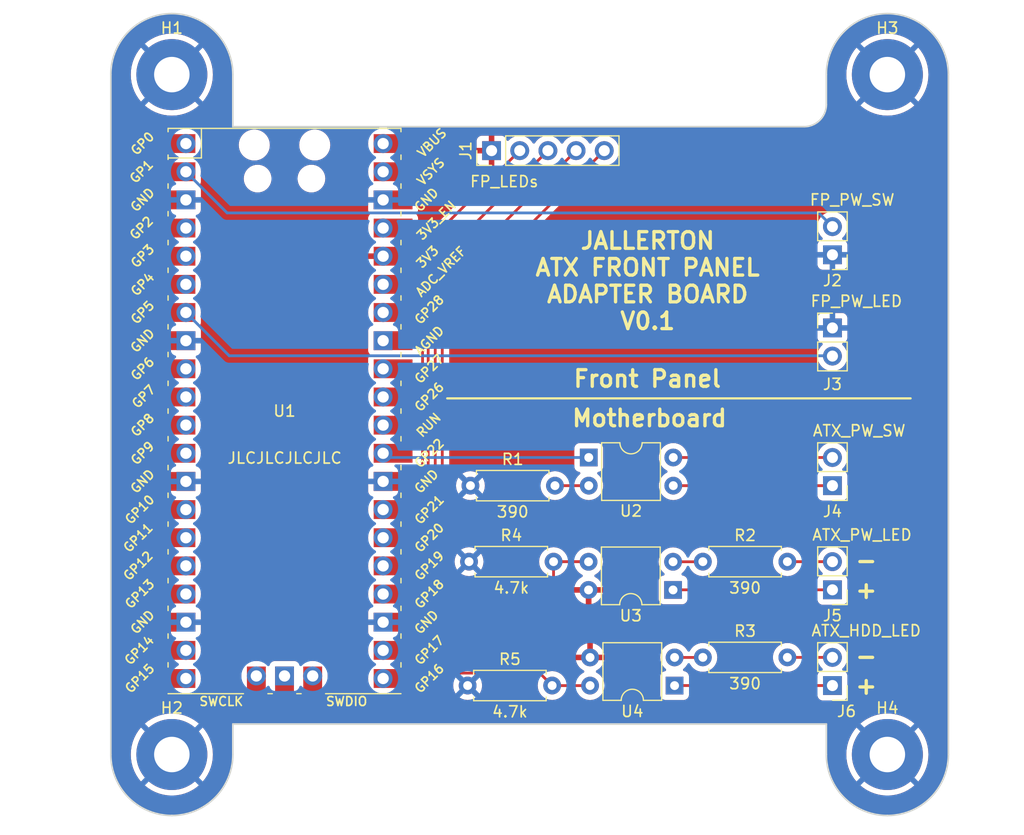
<source format=kicad_pcb>
(kicad_pcb (version 20221018) (generator pcbnew)
  (layers (0 "F.Cu" signal) (31 "B.Cu" signal) (34 "B.Paste" user) (35 "F.Paste" user) (36 "B.SilkS" user "B.Silkscreen") (37 "F.SilkS" user "F.Silkscreen") (38 "B.Mask" user) (39 "F.Mask" user) (44 "Edge.Cuts" user))
  (net 0 "")
  (net 1 "+3V3")
  (net 2 "LED3_GND")
  (net 3 "LED2_GND")
  (net 4 "LED1_GND")
  (net 5 "IN_POWER_BUTTON_SWITCH")
  (net 6 "POWER_BUTTON_LED")
  (net 7 "Net-(J4-Pin_1)")
  (net 8 "Net-(J4-Pin_2)")
  (net 9 "Net-(J5-Pin_1)")
  (net 10 "Net-(J5-Pin_2)")
  (net 11 "Net-(J6-Pin_1)")
  (net 12 "Net-(J6-Pin_2)")
  (net 13 "Net-(U1-GPIO22)")
  (net 14 "Net-(R1-Pad2)")
  (net 15 "Net-(R2-Pad1)")
  (net 16 "Net-(U1-GPIO17)")
  (net 17 "Net-(R3-Pad1)")
  (net 18 "Net-(U1-GPIO16)")
  (net 33 "LED0_GND")
  (net 45 "GND")
  (footprint "MountingHole:MountingHole_3.2mm_M3_Pad" (layer "F.Cu") (at 112.776 88.011)
    (fp_text reference "H2" (at 0 -4.2) (layer "F.SilkS"))
    (fp_text value "MountingHole_Pad")
    (pad "1" thru_hole circle (at 0 0) (size 6.4 6.4) (drill 3.2) (layers "*.Cu" "*.Mask") (net 45 "GND"))
  )
  (footprint "Package_DIP:DIP-4_W7.62mm" (layer "F.Cu") (at 150.368 61.214)
    (fp_text reference "U2" (at 3.81 4.826) (layer "F.SilkS"))
    (fp_text value "G3VM-61AY1")
    (fp_line (start 1.16 -1.33) (end 1.16 3.87) (stroke (width 0.12)) (layer "F.SilkS"))
    (fp_line (start 1.16 3.87) (end 6.46 3.87) (stroke (width 0.12)) (layer "F.SilkS"))
    (fp_line (start 2.81 -1.33) (end 1.16 -1.33) (stroke (width 0.12)) (layer "F.SilkS"))
    (fp_line (start 6.46 -1.33) (end 4.81 -1.33) (stroke (width 0.12)) (layer "F.SilkS"))
    (fp_line (start 6.46 3.87) (end 6.46 -1.33) (stroke (width 0.12)) (layer "F.SilkS"))
    (fp_arc (start 4.81 -1.33) (mid 3.81 -0.33) (end 2.81 -1.33) (stroke (width 0.12)) (layer "F.SilkS"))
    (pad "1" thru_hole rect (at 0 0) (size 1.6 1.6) (drill 0.8) (layers "*.Cu" "*.Mask") (net 13 "Net-(U1-GPIO22)"))
    (pad "2" thru_hole oval (at 0 2.54) (size 1.6 1.6) (drill 0.8) (layers "*.Cu" "*.Mask") (net 14 "Net-(R1-Pad2)"))
    (pad "3" thru_hole oval (at 7.62 2.54) (size 1.6 1.6) (drill 0.8) (layers "*.Cu" "*.Mask") (net 7 "Net-(J4-Pin_1)"))
    (pad "4" thru_hole oval (at 7.62 0) (size 1.6 1.6) (drill 0.8) (layers "*.Cu" "*.Mask") (net 8 "Net-(J4-Pin_2)"))
  )
  (footprint "Resistor_THT:R_Axial_DIN0207_L6.3mm_D2.5mm_P7.62mm_Horizontal" (layer "F.Cu") (at 160.655 79.248)
    (fp_text reference "R3" (at 3.81 -2.37) (layer "F.SilkS"))
    (fp_text value "390" (at 3.81 2.37) (layer "F.SilkS"))
    (fp_line (start 0.54 -1.37) (end 7.08 -1.37) (stroke (width 0.12)) (layer "F.SilkS"))
    (fp_line (start 0.54 -1.04) (end 0.54 -1.37) (stroke (width 0.12)) (layer "F.SilkS"))
    (fp_line (start 0.54 1.04) (end 0.54 1.37) (stroke (width 0.12)) (layer "F.SilkS"))
    (fp_line (start 0.54 1.37) (end 7.08 1.37) (stroke (width 0.12)) (layer "F.SilkS"))
    (fp_line (start 7.08 -1.37) (end 7.08 -1.04) (stroke (width 0.12)) (layer "F.SilkS"))
    (fp_line (start 7.08 1.37) (end 7.08 1.04) (stroke (width 0.12)) (layer "F.SilkS"))
    (pad "1" thru_hole circle (at 0 0) (size 1.6 1.6) (drill 0.8) (layers "*.Cu" "*.Mask") (net 17 "Net-(R3-Pad1)"))
    (pad "2" thru_hole oval (at 7.62 0) (size 1.6 1.6) (drill 0.8) (layers "*.Cu" "*.Mask") (net 12 "Net-(J6-Pin_2)"))
  )
  (footprint "Package_DIP:DIP-4_W7.62mm" (layer "F.Cu") (at 157.968 73.162 180)
    (fp_text reference "U3" (at 3.81 -2.33) (layer "F.SilkS"))
    (fp_text value "G3VM-61AY1")
    (fp_line (start 1.16 -1.33) (end 1.16 3.87) (stroke (width 0.12)) (layer "F.SilkS"))
    (fp_line (start 1.16 3.87) (end 6.46 3.87) (stroke (width 0.12)) (layer "F.SilkS"))
    (fp_line (start 2.81 -1.33) (end 1.16 -1.33) (stroke (width 0.12)) (layer "F.SilkS"))
    (fp_line (start 6.46 -1.33) (end 4.81 -1.33) (stroke (width 0.12)) (layer "F.SilkS"))
    (fp_line (start 6.46 3.87) (end 6.46 -1.33) (stroke (width 0.12)) (layer "F.SilkS"))
    (fp_arc (start 4.81 -1.33) (mid 3.81 -0.33) (end 2.81 -1.33) (stroke (width 0.12)) (layer "F.SilkS"))
    (pad "1" thru_hole rect (at 0 0 180) (size 1.6 1.6) (drill 0.8) (layers "*.Cu" "*.Mask") (net 9 "Net-(J5-Pin_1)"))
    (pad "2" thru_hole oval (at 0 2.54 180) (size 1.6 1.6) (drill 0.8) (layers "*.Cu" "*.Mask") (net 15 "Net-(R2-Pad1)"))
    (pad "3" thru_hole oval (at 7.62 2.54 180) (size 1.6 1.6) (drill 0.8) (layers "*.Cu" "*.Mask") (net 16 "Net-(U1-GPIO17)"))
    (pad "4" thru_hole oval (at 7.62 0 180) (size 1.6 1.6) (drill 0.8) (layers "*.Cu" "*.Mask") (net 1 "+3V3"))
  )
  (footprint "MountingHole:MountingHole_3.2mm_M3_Pad" (layer "F.Cu") (at 177.292 26.67)
    (fp_text reference "H3" (at 0 -4.2) (layer "F.SilkS"))
    (fp_text value "MountingHole_Pad")
    (pad "1" thru_hole circle (at 0 0) (size 6.4 6.4) (drill 3.2) (layers "*.Cu" "*.Mask") (net 45 "GND"))
  )
  (footprint "Connector_PinHeader_2.54mm:PinHeader_1x02_P2.54mm_Vertical" (layer "F.Cu") (at 172.339 49.525)
    (fp_text reference "J3" (at 0 5.085) (layer "F.SilkS"))
    (fp_text value "FP_PW_LED" (at 2.159 -2.408) (layer "F.SilkS"))
    (fp_line (start -1.33 -1.33) (end 0 -1.33) (stroke (width 0.12)) (layer "F.SilkS"))
    (fp_line (start -1.33 0) (end -1.33 -1.33) (stroke (width 0.12)) (layer "F.SilkS"))
    (fp_line (start -1.33 1.27) (end -1.33 3.87) (stroke (width 0.12)) (layer "F.SilkS"))
    (fp_line (start -1.33 1.27) (end 1.33 1.27) (stroke (width 0.12)) (layer "F.SilkS"))
    (fp_line (start -1.33 3.87) (end 1.33 3.87) (stroke (width 0.12)) (layer "F.SilkS"))
    (fp_line (start 1.33 1.27) (end 1.33 3.87) (stroke (width 0.12)) (layer "F.SilkS"))
    (pad "1" thru_hole rect (at 0 0) (size 1.7 1.7) (drill 1) (layers "*.Cu" "*.Mask") (net 45 "GND"))
    (pad "2" thru_hole oval (at 0 2.54) (size 1.7 1.7) (drill 1) (layers "*.Cu" "*.Mask") (net 6 "POWER_BUTTON_LED"))
  )
  (footprint "Resistor_THT:R_Axial_DIN0207_L6.3mm_D2.5mm_P7.62mm_Horizontal" (layer "F.Cu") (at 139.7 63.754)
    (fp_text reference "R1" (at 3.81 -2.37) (layer "F.SilkS"))
    (fp_text value "390" (at 3.81 2.37) (layer "F.SilkS"))
    (fp_line (start 0.54 -1.37) (end 7.08 -1.37) (stroke (width 0.12)) (layer "F.SilkS"))
    (fp_line (start 0.54 -1.04) (end 0.54 -1.37) (stroke (width 0.12)) (layer "F.SilkS"))
    (fp_line (start 0.54 1.04) (end 0.54 1.37) (stroke (width 0.12)) (layer "F.SilkS"))
    (fp_line (start 0.54 1.37) (end 7.08 1.37) (stroke (width 0.12)) (layer "F.SilkS"))
    (fp_line (start 7.08 -1.37) (end 7.08 -1.04) (stroke (width 0.12)) (layer "F.SilkS"))
    (fp_line (start 7.08 1.37) (end 7.08 1.04) (stroke (width 0.12)) (layer "F.SilkS"))
    (pad "1" thru_hole circle (at 0 0) (size 1.6 1.6) (drill 0.8) (layers "*.Cu" "*.Mask") (net 45 "GND"))
    (pad "2" thru_hole oval (at 7.62 0) (size 1.6 1.6) (drill 0.8) (layers "*.Cu" "*.Mask") (net 14 "Net-(R1-Pad2)"))
  )
  (footprint "Connector_PinHeader_2.54mm:PinHeader_1x02_P2.54mm_Vertical" (layer "F.Cu") (at 172.339 81.788 180)
    (fp_text reference "J6" (at -1.27 -2.33) (layer "F.SilkS"))
    (fp_text value "ATX_HDD_LED" (at -3.048 4.948) (layer "F.SilkS"))
    (fp_line (start -1.33 -1.33) (end 0 -1.33) (stroke (width 0.12)) (layer "F.SilkS"))
    (fp_line (start -1.33 0) (end -1.33 -1.33) (stroke (width 0.12)) (layer "F.SilkS"))
    (fp_line (start -1.33 1.27) (end -1.33 3.87) (stroke (width 0.12)) (layer "F.SilkS"))
    (fp_line (start -1.33 1.27) (end 1.33 1.27) (stroke (width 0.12)) (layer "F.SilkS"))
    (fp_line (start -1.33 3.87) (end 1.33 3.87) (stroke (width 0.12)) (layer "F.SilkS"))
    (fp_line (start 1.33 1.27) (end 1.33 3.87) (stroke (width 0.12)) (layer "F.SilkS"))
    (pad "1" thru_hole rect (at 0 0 180) (size 1.7 1.7) (drill 1) (layers "*.Cu" "*.Mask") (net 11 "Net-(J6-Pin_1)"))
    (pad "2" thru_hole oval (at 0 2.54 180) (size 1.7 1.7) (drill 1) (layers "*.Cu" "*.Mask") (net 12 "Net-(J6-Pin_2)"))
  )
  (footprint "Resistor_THT:R_Axial_DIN0207_L6.3mm_D2.5mm_P7.62mm_Horizontal" (layer "F.Cu") (at 139.446 81.788)
    (fp_text reference "R5" (at 3.81 -2.37) (layer "F.SilkS"))
    (fp_text value "4.7k" (at 3.81 2.37) (layer "F.SilkS"))
    (fp_line (start 0.54 -1.37) (end 7.08 -1.37) (stroke (width 0.12)) (layer "F.SilkS"))
    (fp_line (start 0.54 -1.04) (end 0.54 -1.37) (stroke (width 0.12)) (layer "F.SilkS"))
    (fp_line (start 0.54 1.04) (end 0.54 1.37) (stroke (width 0.12)) (layer "F.SilkS"))
    (fp_line (start 0.54 1.37) (end 7.08 1.37) (stroke (width 0.12)) (layer "F.SilkS"))
    (fp_line (start 7.08 -1.37) (end 7.08 -1.04) (stroke (width 0.12)) (layer "F.SilkS"))
    (fp_line (start 7.08 1.37) (end 7.08 1.04) (stroke (width 0.12)) (layer "F.SilkS"))
    (pad "1" thru_hole circle (at 0 0) (size 1.6 1.6) (drill 0.8) (layers "*.Cu" "*.Mask") (net 45 "GND"))
    (pad "2" thru_hole oval (at 7.62 0) (size 1.6 1.6) (drill 0.8) (layers "*.Cu" "*.Mask") (net 18 "Net-(U1-GPIO16)"))
  )
  (footprint "Connector_PinHeader_2.54mm:PinHeader_1x02_P2.54mm_Vertical" (layer "F.Cu") (at 172.339 73.152 180)
    (fp_text reference "J5" (at 0 -2.33) (layer "F.SilkS"))
    (fp_text value "ATX_PW_LED" (at -2.667 4.953) (layer "F.SilkS"))
    (fp_line (start -1.33 -1.33) (end 0 -1.33) (stroke (width 0.12)) (layer "F.SilkS"))
    (fp_line (start -1.33 0) (end -1.33 -1.33) (stroke (width 0.12)) (layer "F.SilkS"))
    (fp_line (start -1.33 1.27) (end -1.33 3.87) (stroke (width 0.12)) (layer "F.SilkS"))
    (fp_line (start -1.33 1.27) (end 1.33 1.27) (stroke (width 0.12)) (layer "F.SilkS"))
    (fp_line (start -1.33 3.87) (end 1.33 3.87) (stroke (width 0.12)) (layer "F.SilkS"))
    (fp_line (start 1.33 1.27) (end 1.33 3.87) (stroke (width 0.12)) (layer "F.SilkS"))
    (pad "1" thru_hole rect (at 0 0 180) (size 1.7 1.7) (drill 1) (layers "*.Cu" "*.Mask") (net 9 "Net-(J5-Pin_1)"))
    (pad "2" thru_hole oval (at 0 2.54 180) (size 1.7 1.7) (drill 1) (layers "*.Cu" "*.Mask") (net 10 "Net-(J5-Pin_2)"))
  )
  (footprint "Connector_PinHeader_2.54mm:PinHeader_1x02_P2.54mm_Vertical" (layer "F.Cu") (at 172.339 63.754 180)
    (fp_text reference "J4" (at 0 -2.33) (layer "F.SilkS"))
    (fp_text value "ATX_PW_SW" (at -2.413 4.953) (layer "F.SilkS"))
    (fp_line (start -1.33 -1.33) (end 0 -1.33) (stroke (width 0.12)) (layer "F.SilkS"))
    (fp_line (start -1.33 0) (end -1.33 -1.33) (stroke (width 0.12)) (layer "F.SilkS"))
    (fp_line (start -1.33 1.27) (end -1.33 3.87) (stroke (width 0.12)) (layer "F.SilkS"))
    (fp_line (start -1.33 1.27) (end 1.33 1.27) (stroke (width 0.12)) (layer "F.SilkS"))
    (fp_line (start -1.33 3.87) (end 1.33 3.87) (stroke (width 0.12)) (layer "F.SilkS"))
    (fp_line (start 1.33 1.27) (end 1.33 3.87) (stroke (width 0.12)) (layer "F.SilkS"))
    (pad "1" thru_hole rect (at 0 0 180) (size 1.7 1.7) (drill 1) (layers "*.Cu" "*.Mask") (net 7 "Net-(J4-Pin_1)"))
    (pad "2" thru_hole oval (at 0 2.54 180) (size 1.7 1.7) (drill 1) (layers "*.Cu" "*.Mask") (net 8 "Net-(J4-Pin_2)"))
  )
  (footprint "MountingHole:MountingHole_3.2mm_M3_Pad" (layer "F.Cu") (at 177.292 88.011)
    (fp_text reference "H4" (at 0 -4.2) (layer "F.SilkS"))
    (fp_text value "MountingHole_Pad")
    (pad "1" thru_hole circle (at 0 0) (size 6.4 6.4) (drill 3.2) (layers "*.Cu" "*.Mask") (net 45 "GND"))
  )
  (footprint "Connector_PinHeader_2.54mm:PinHeader_1x05_P2.54mm_Vertical" (layer "F.Cu") (at 141.605 33.528 90)
    (fp_text reference "J1" (at 0 -2.33 90) (layer "F.SilkS"))
    (fp_text value "FP_LEDs" (at -2.794 1.143 180) (layer "F.SilkS"))
    (fp_line (start -1.33 -1.33) (end 0 -1.33) (stroke (width 0.12)) (layer "F.SilkS"))
    (fp_line (start -1.33 0) (end -1.33 -1.33) (stroke (width 0.12)) (layer "F.SilkS"))
    (fp_line (start -1.33 1.27) (end -1.33 11.49) (stroke (width 0.12)) (layer "F.SilkS"))
    (fp_line (start -1.33 1.27) (end 1.33 1.27) (stroke (width 0.12)) (layer "F.SilkS"))
    (fp_line (start -1.33 11.49) (end 1.33 11.49) (stroke (width 0.12)) (layer "F.SilkS"))
    (fp_line (start 1.33 1.27) (end 1.33 11.49) (stroke (width 0.12)) (layer "F.SilkS"))
    (pad "1" thru_hole rect (at 0 0 90) (size 1.7 1.7) (drill 1) (layers "*.Cu" "*.Mask") (net 1 "+3V3"))
    (pad "2" thru_hole oval (at 0 2.54 90) (size 1.7 1.7) (drill 1) (layers "*.Cu" "*.Mask") (net 2 "LED3_GND"))
    (pad "3" thru_hole oval (at 0 5.08 90) (size 1.7 1.7) (drill 1) (layers "*.Cu" "*.Mask") (net 3 "LED2_GND"))
    (pad "4" thru_hole oval (at 0 7.62 90) (size 1.7 1.7) (drill 1) (layers "*.Cu" "*.Mask") (net 4 "LED1_GND"))
    (pad "5" thru_hole oval (at 0 10.16 90) (size 1.7 1.7) (drill 1) (layers "*.Cu" "*.Mask") (net 33 "LED0_GND"))
  )
  (footprint "Resistor_THT:R_Axial_DIN0207_L6.3mm_D2.5mm_P7.62mm_Horizontal" (layer "F.Cu") (at 139.573 70.612)
    (fp_text reference "R4" (at 3.81 -2.37) (layer "F.SilkS"))
    (fp_text value "4.7k" (at 3.81 2.37) (layer "F.SilkS"))
    (fp_line (start 0.54 -1.37) (end 7.08 -1.37) (stroke (width 0.12)) (layer "F.SilkS"))
    (fp_line (start 0.54 -1.04) (end 0.54 -1.37) (stroke (width 0.12)) (layer "F.SilkS"))
    (fp_line (start 0.54 1.04) (end 0.54 1.37) (stroke (width 0.12)) (layer "F.SilkS"))
    (fp_line (start 0.54 1.37) (end 7.08 1.37) (stroke (width 0.12)) (layer "F.SilkS"))
    (fp_line (start 7.08 -1.37) (end 7.08 -1.04) (stroke (width 0.12)) (layer "F.SilkS"))
    (fp_line (start 7.08 1.37) (end 7.08 1.04) (stroke (width 0.12)) (layer "F.SilkS"))
    (pad "1" thru_hole circle (at 0 0) (size 1.6 1.6) (drill 0.8) (layers "*.Cu" "*.Mask") (net 45 "GND"))
    (pad "2" thru_hole oval (at 7.62 0) (size 1.6 1.6) (drill 0.8) (layers "*.Cu" "*.Mask") (net 16 "Net-(U1-GPIO17)"))
  )
  (footprint "Resistor_THT:R_Axial_DIN0207_L6.3mm_D2.5mm_P7.62mm_Horizontal" (layer "F.Cu") (at 160.655 70.612)
    (fp_text reference "R2" (at 3.81 -2.37) (layer "F.SilkS"))
    (fp_text value "390" (at 3.81 2.37) (layer "F.SilkS"))
    (fp_line (start 0.54 -1.37) (end 7.08 -1.37) (stroke (width 0.12)) (layer "F.SilkS"))
    (fp_line (start 0.54 -1.04) (end 0.54 -1.37) (stroke (width 0.12)) (layer "F.SilkS"))
    (fp_line (start 0.54 1.04) (end 0.54 1.37) (stroke (width 0.12)) (layer "F.SilkS"))
    (fp_line (start 0.54 1.37) (end 7.08 1.37) (stroke (width 0.12)) (layer "F.SilkS"))
    (fp_line (start 7.08 -1.37) (end 7.08 -1.04) (stroke (width 0.12)) (layer "F.SilkS"))
    (fp_line (start 7.08 1.37) (end 7.08 1.04) (stroke (width 0.12)) (layer "F.SilkS"))
    (pad "1" thru_hole circle (at 0 0) (size 1.6 1.6) (drill 0.8) (layers "*.Cu" "*.Mask") (net 15 "Net-(R2-Pad1)"))
    (pad "2" thru_hole oval (at 7.62 0) (size 1.6 1.6) (drill 0.8) (layers "*.Cu" "*.Mask") (net 10 "Net-(J5-Pin_2)"))
  )
  (footprint "MountingHole:MountingHole_3.2mm_M3_Pad" (layer "F.Cu") (at 112.776 26.67)
    (fp_text reference "H1" (at 0 -4.2) (layer "F.SilkS"))
    (fp_text value "MountingHole_Pad")
    (pad "1" thru_hole circle (at 0 0) (size 6.4 6.4) (drill 3.2) (layers "*.Cu" "*.Mask") (net 45 "GND"))
  )
  (footprint "RPi-Pico:RPi_Pico_SMD_TH" (layer "F.Cu") (at 122.936 57.023)
    (fp_text reference "U1" (at 0 0) (layer "F.SilkS"))
    (fp_text value "Pico")
    (fp_text user "GP9" (at -12.8 3.81 45) (layer "F.SilkS") (effects (font (size 0.8 0.8))))
    (fp_text user "GP4" (at -12.8 -11.43 45) (layer "F.SilkS") (effects (font (size 0.8 0.8))))
    (fp_text user "GND" (at -12.8 6.35 45) (layer "F.SilkS") (effects (font (size 0.8 0.8))))
    (fp_text user "GND" (at -12.8 19.05 45) (layer "F.SilkS") (effects (font (size 0.8 0.8))))
    (fp_text user "GND" (at 12.8 19.05 45) (layer "F.SilkS") (effects (font (size 0.8 0.8))))
    (fp_text user "GP7" (at -12.7 -1.3 45) (layer "F.SilkS") (effects (font (size 0.8 0.8))))
    (fp_text user "GP28" (at 13.054 -9.144 45) (layer "F.SilkS") (effects (font (size 0.8 0.8))))
    (fp_text user "SWCLK" (at -5.7 26.2) (layer "F.SilkS") (effects (font (size 0.8 0.8))))
    (fp_text user "GP22" (at 13.054 3.81 45) (layer "F.SilkS") (effects (font (size 0.8 0.8))))
    (fp_text user "GP5" (at -12.8 -8.89 45) (layer "F.SilkS") (effects (font (size 0.8 0.8))))
    (fp_text user "GP2" (at -12.9 -16.51 45) (layer "F.SilkS") (effects (font (size 0.8 0.8))))
    (fp_text user "RUN" (at 13 1.27 45) (layer "F.SilkS") (effects (font (size 0.8 0.8))))
    (fp_text user "GP10" (at -13.054 8.89 45) (layer "F.SilkS") (effects (font (size 0.8 0.8))))
    (fp_text user "ADC_VREF" (at 14.097 -12.573 45) (layer "F.SilkS") (effects (font (size 0.8 0.8))))
    (fp_text user "GP16" (at 13.054 24.13 45) (layer "F.SilkS") (effects (font (size 0.8 0.8))))
    (fp_text user "VBUS" (at 13.3 -24.2 45) (layer "F.SilkS") (effects (font (size 0.8 0.8))))
    (fp_text user "GP3" (at -12.8 -13.97 45) (layer "F.SilkS") (effects (font (size 0.8 0.8))))
    (fp_text user "3V3" (at 12.9 -13.9 45) (layer "F.SilkS") (effects (font (size 0.8 0.8))))
    (fp_text user "GP20" (at 13.054 11.43 45) (layer "F.SilkS") (effects (font (size 0.8 0.8))))
    (fp_text user "GP14" (at -13.1 21.59 45) (layer "F.SilkS") (effects (font (size 0.8 0.8))))
    (fp_text user "GP1" (at -12.9 -21.6 45) (layer "F.SilkS") (effects (font (size 0.8 0.8))))
    (fp_text user "GP12" (at -13.2 13.97 45) (layer "F.SilkS") (effects (font (size 0.8 0.8))))
    (fp_text user "GND" (at 12.8 6.35 45) (layer "F.SilkS") (effects (font (size 0.8 0.8))))
    (fp_text user "GP0" (at -12.8 -24.13 45) (layer "F.SilkS") (effects (font (size 0.8 0.8))))
    (fp_text user "GP8" (at -12.8 1.27 45) (layer "F.SilkS") (effects (font (size 0.8 0.8))))
    (fp_text user "GND" (at 12.8 -19.05 45) (layer "F.SilkS") (effects (font (size 0.8 0.8))))
    (fp_text user "GND" (at -12.8 -6.35 45) (layer "F.SilkS") (effects (font (size 0.8 0.8))))
    (fp_text user "GP11" (at -13.2 11.43 45) (layer "F.SilkS") (effects (font (size 0.8 0.8))))
    (fp_text user "GP27" (at 13.054 -3.8 45) (layer "F.SilkS") (effects (font (size 0.8 0.8))))
    (fp_text user "GP26" (at 13.054 -1.27 45) (layer "F.SilkS") (effects (font (size 0.8 0.8))))
    (fp_text user "GP19" (at 13.054 13.97 45) (layer "F.SilkS") (effects (font (size 0.8 0.8))))
    (fp_text user "GND" (at -12.8 -19.05 45) (layer "F.SilkS") (effects (font (size 0.8 0.8))))
    (fp_text user "AGND" (at 13.054 -6.35 45) (layer "F.SilkS") (effects (font (size 0.8 0.8))))
    (fp_text user "GP6" (at -12.8 -3.81 45) (layer "F.SilkS") (effects (font (size 0.8 0.8))))
    (fp_text user "GP21" (at 13.054 8.9 45) (layer "F.SilkS") (effects (font (size 0.8 0.8))))
    (fp_text user "VSYS" (at 13.2 -21.59 45) (layer "F.SilkS") (effects (font (size 0.8 0.8))))
    (fp_text user "GP17" (at 13.054 21.59 45) (layer "F.SilkS") (effects (font (size 0.8 0.8))))
    (fp_text user "GP13" (at -13.054 16.51 45) (layer "F.SilkS") (effects (font (size 0.8 0.8))))
    (fp_text user "3V3_EN" (at 13.7 -17.2 45) (layer "F.SilkS") (effects (font (size 0.8 0.8))))
    (fp_text user "GP15" (at -13.054 24.13 45) (layer "F.SilkS") (effects (font (size 0.8 0.8))))
    (fp_text user "SWDIO" (at 5.6 26.2) (layer "F.SilkS") (effects (font (size 0.8 0.8))))
    (fp_text user "GP18" (at 13.054 16.51 45) (layer "F.SilkS") (effects (font (size 0.8 0.8))))
    (fp_line (start -10.5 -25.5) (end -10.5 -25.2) (stroke (width 0.12)) (layer "F.SilkS"))
    (fp_line (start -10.5 -25.5) (end 10.5 -25.5) (stroke (width 0.12)) (layer "F.SilkS"))
    (fp_line (start -10.5 -23.1) (end -10.5 -22.7) (stroke (width 0.12)) (layer "F.SilkS"))
    (fp_line (start -10.5 -22.833) (end -7.493 -22.833) (stroke (width 0.12)) (layer "F.SilkS"))
    (fp_line (start -10.5 -20.5) (end -10.5 -20.1) (stroke (width 0.12)) (layer "F.SilkS"))
    (fp_line (start -10.5 -18) (end -10.5 -17.6) (stroke (width 0.12)) (layer "F.SilkS"))
    (fp_line (start -10.5 -15.4) (end -10.5 -15) (stroke (width 0.12)) (layer "F.SilkS"))
    (fp_line (start -10.5 -12.9) (end -10.5 -12.5) (stroke (width 0.12)) (layer "F.SilkS"))
    (fp_line (start -10.5 -10.4) (end -10.5 -10) (stroke (width 0.12)) (layer "F.SilkS"))
    (fp_line (start -10.5 -7.8) (end -10.5 -7.4) (stroke (width 0.12)) (layer "F.SilkS"))
    (fp_line (start -10.5 -5.3) (end -10.5 -4.9) (stroke (width 0.12)) (layer "F.SilkS"))
    (fp_line (start -10.5 -2.7) (end -10.5 -2.3) (stroke (width 0.12)) (layer "F.SilkS"))
    (fp_line (start -10.5 -0.2) (end -10.5 0.2) (stroke (width 0.12)) (layer "F.SilkS"))
    (fp_line (start -10.5 2.3) (end -10.5 2.7) (stroke (width 0.12)) (layer "F.SilkS"))
    (fp_line (start -10.5 4.9) (end -10.5 5.3) (stroke (width 0.12)) (layer "F.SilkS"))
    (fp_line (start -10.5 7.4) (end -10.5 7.8) (stroke (width 0.12)) (layer "F.SilkS"))
    (fp_line (start -10.5 10) (end -10.5 10.4) (stroke (width 0.12)) (layer "F.SilkS"))
    (fp_line (start -10.5 12.5) (end -10.5 12.9) (stroke (width 0.12)) (layer "F.SilkS"))
    (fp_line (start -10.5 15.1) (end -10.5 15.5) (stroke (width 0.12)) (layer "F.SilkS"))
    (fp_line (start -10.5 17.6) (end -10.5 18) (stroke (width 0.12)) (layer "F.SilkS"))
    (fp_line (start -10.5 20.1) (end -10.5 20.5) (stroke (width 0.12)) (layer "F.SilkS"))
    (fp_line (start -10.5 22.7) (end -10.5 23.1) (stroke (width 0.12)) (layer "F.SilkS"))
    (fp_line (start -7.493 -22.833) (end -7.493 -25.5) (stroke (width 0.12)) (layer "F.SilkS"))
    (fp_line (start -3.7 25.5) (end -10.5 25.5) (stroke (width 0.12)) (layer "F.SilkS"))
    (fp_line (start -1.5 25.5) (end -1.1 25.5) (stroke (width 0.12)) (layer "F.SilkS"))
    (fp_line (start 1.1 25.5) (end 1.5 25.5) (stroke (width 0.12)) (layer "F.SilkS"))
    (fp_line (start 10.5 -25.5) (end 10.5 -25.2) (stroke (width 0.12)) (layer "F.SilkS"))
    (fp_line (start 10.5 -23.1) (end 10.5 -22.7) (stroke (width 0.12)) (layer "F.SilkS"))
    (fp_line (start 10.5 -20.5) (end 10.5 -20.1) (stroke (width 0.12)) (layer "F.SilkS"))
    (fp_line (start 10.5 -18) (end 10.5 -17.6) (stroke (width 0.12)) (layer "F.SilkS"))
    (fp_line (start 10.5 -15.4) (end 10.5 -15) (stroke (width 0.12)) (layer "F.SilkS"))
    (fp_line (start 10.5 -12.9) (end 10.5 -12.5) (stroke (width 0.12)) (layer "F.SilkS"))
    (fp_line (start 10.5 -10.4) (end 10.5 -10) (stroke (width 0.12)) (layer "F.SilkS"))
    (fp_line (start 10.5 -7.8) (end 10.5 -7.4) (stroke (width 0.12)) (layer "F.SilkS"))
    (fp_line (start 10.5 -5.3) (end 10.5 -4.9) (stroke (width 0.12)) (layer "F.SilkS"))
    (fp_line (start 10.5 -2.7) (end 10.5 -2.3) (stroke (width 0.12)) (layer "F.SilkS"))
    (fp_line (start 10.5 -0.2) (end 10.5 0.2) (stroke (width 0.12)) (layer "F.SilkS"))
    (fp_line (start 10.5 2.3) (end 10.5 2.7) (stroke (width 0.12)) (layer "F.SilkS"))
    (fp_line (start 10.5 4.9) (end 10.5 5.3) (stroke (width 0.12)) (layer "F.SilkS"))
    (fp_line (start 10.5 7.4) (end 10.5 7.8) (stroke (width 0.12)) (layer "F.SilkS"))
    (fp_line (start 10.5 10) (end 10.5 10.4) (stroke (width 0.12)) (layer "F.SilkS"))
    (fp_line (start 10.5 12.5) (end 10.5 12.9) (stroke (width 0.12)) (layer "F.SilkS"))
    (fp_line (start 10.5 15.1) (end 10.5 15.5) (stroke (width 0.12)) (layer "F.SilkS"))
    (fp_line (start 10.5 17.6) (end 10.5 18) (stroke (width 0.12)) (layer "F.SilkS"))
    (fp_line (start 10.5 20.1) (end 10.5 20.5) (stroke (width 0.12)) (layer "F.SilkS"))
    (fp_line (start 10.5 22.7) (end 10.5 23.1) (stroke (width 0.12)) (layer "F.SilkS"))
    (fp_line (start 10.5 25.5) (end 3.7 25.5) (stroke (width 0.12)) (layer "F.SilkS"))
    (pad "" np_thru_hole oval (at -2.725 -24) (size 1.8 1.8) (drill 1.8) (layers "*.Cu" "*.Mask"))
    (pad "" np_thru_hole oval (at -2.425 -20.97) (size 1.5 1.5) (drill 1.5) (layers "*.Cu" "*.Mask"))
    (pad "" np_thru_hole oval (at 2.425 -20.97) (size 1.5 1.5) (drill 1.5) (layers "*.Cu" "*.Mask"))
    (pad "" np_thru_hole oval (at 2.725 -24) (size 1.8 1.8) (drill 1.8) (layers "*.Cu" "*.Mask"))
    (pad "1" thru_hole oval (at -8.89 -24.13) (size 1.7 1.7) (drill 1.02) (layers "*.Cu" "*.Mask"))
    (pad "1" smd rect (at -8.89 -24.13) (size 3.5 1.7) (drill (offset -0.9 0)) (layers "F.Cu" "F.Mask"))
    (pad "2" thru_hole oval (at -8.89 -21.59) (size 1.7 1.7) (drill 1.02) (layers "*.Cu" "*.Mask") (net 5 "IN_POWER_BUTTON_SWITCH"))
    (pad "2" smd rect (at -8.89 -21.59) (size 3.5 1.7) (drill (offset -0.9 0)) (layers "F.Cu" "F.Mask") (net 5 "IN_POWER_BUTTON_SWITCH"))
    (pad "3" thru_hole rect (at -8.89 -19.05) (size 1.7 1.7) (drill 1.02) (layers "*.Cu" "*.Mask") (net 45 "GND"))
    (pad "3" smd rect (at -8.89 -19.05) (size 3.5 1.7) (drill (offset -0.9 0)) (layers "F.Cu" "F.Mask") (net 45 "GND"))
    (pad "4" thru_hole oval (at -8.89 -16.51) (size 1.7 1.7) (drill 1.02) (layers "*.Cu" "*.Mask"))
    (pad "4" smd rect (at -8.89 -16.51) (size 3.5 1.7) (drill (offset -0.9 0)) (layers "F.Cu" "F.Mask"))
    (pad "5" thru_hole oval (at -8.89 -13.97) (size 1.7 1.7) (drill 1.02) (layers "*.Cu" "*.Mask"))
    (pad "5" smd rect (at -8.89 -13.97) (size 3.5 1.7) (drill (offset -0.9 0)) (layers "F.Cu" "F.Mask"))
    (pad "6" thru_hole oval (at -8.89 -11.43) (size 1.7 1.7) (drill 1.02) (layers "*.Cu" "*.Mask"))
    (pad "6" smd rect (at -8.89 -11.43) (size 3.5 1.7) (drill (offset -0.9 0)) (layers "F.Cu" "F.Mask"))
    (pad "7" thru_hole oval (at -8.89 -8.89) (size 1.7 1.7) (drill 1.02) (layers "*.Cu" "*.Mask") (net 6 "POWER_BUTTON_LED"))
    (pad "7" smd rect (at -8.89 -8.89) (size 3.5 1.7) (drill (offset -0.9 0)) (layers "F.Cu" "F.Mask") (net 6 "POWER_BUTTON_LED"))
    (pad "8" thru_hole rect (at -8.89 -6.35) (size 1.7 1.7) (drill 1.02) (layers "*.Cu" "*.Mask") (net 45 "GND"))
    (pad "8" smd rect (at -8.89 -6.35) (size 3.5 1.7) (drill (offset -0.9 0)) (layers "F.Cu" "F.Mask") (net 45 "GND"))
    (pad "9" thru_hole oval (at -8.89 -3.81) (size 1.7 1.7) (drill 1.02) (layers "*.Cu" "*.Mask"))
    (pad "9" smd rect (at -8.89 -3.81) (size 3.5 1.7) (drill (offset -0.9 0)) (layers "F.Cu" "F.Mask"))
    (pad "10" thru_hole oval (at -8.89 -1.27) (size 1.7 1.7) (drill 1.02) (layers "*.Cu" "*.Mask"))
    (pad "10" smd rect (at -8.89 -1.27) (size 3.5 1.7) (drill (offset -0.9 0)) (layers "F.Cu" "F.Mask"))
    (pad "11" thru_hole oval (at -8.89 1.27) (size 1.7 1.7) (drill 1.02) (layers "*.Cu" "*.Mask"))
    (pad "11" smd rect (at -8.89 1.27) (size 3.5 1.7) (drill (offset -0.9 0)) (layers "F.Cu" "F.Mask"))
    (pad "12" thru_hole oval (at -8.89 3.81) (size 1.7 1.7) (drill 1.02) (layers "*.Cu" "*.Mask"))
    (pad "12" smd rect (at -8.89 3.81) (size 3.5 1.7) (drill (offset -0.9 0)) (layers "F.Cu" "F.Mask"))
    (pad "13" thru_hole rect (at -8.89 6.35) (size 1.7 1.7) (drill 1.02) (layers "*.Cu" "*.Mask") (net 45 "GND"))
    (pad "13" smd rect (at -8.89 6.35) (size 3.5 1.7) (drill (offset -0.9 0)) (layers "F.Cu" "F.Mask") (net 45 "GND"))
    (pad "14" thru_hole oval (at -8.89 8.89) (size 1.7 1.7) (drill 1.02) (layers "*.Cu" "*.Mask"))
    (pad "14" smd rect (at -8.89 8.89) (size 3.5 1.7) (drill (offset -0.9 0)) (layers "F.Cu" "F.Mask"))
    (pad "15" thru_hole oval (at -8.89 11.43) (size 1.7 1.7) (drill 1.02) (layers "*.Cu" "*.Mask"))
    (pad "15" smd rect (at -8.89 11.43) (size 3.5 1.7) (drill (offset -0.9 0)) (layers "F.Cu" "F.Mask"))
    (pad "16" thru_hole oval (at -8.89 13.97) (size 1.7 1.7) (drill 1.02) (layers "*.Cu" "*.Mask"))
    (pad "16" smd rect (at -8.89 13.97) (size 3.5 1.7) (drill (offset -0.9 0)) (layers "F.Cu" "F.Mask"))
    (pad "17" thru_hole oval (at -8.89 16.51) (size 1.7 1.7) (drill 1.02) (layers "*.Cu" "*.Mask"))
    (pad "17" smd rect (at -8.89 16.51) (size 3.5 1.7) (drill (offset -0.9 0)) (layers "F.Cu" "F.Mask"))
    (pad "18" thru_hole rect (at -8.89 19.05) (size 1.7 1.7) (drill 1.02) (layers "*.Cu" "*.Mask") (net 45 "GND"))
    (pad "18" smd rect (at -8.89 19.05) (size 3.5 1.7) (drill (offset -0.9 0)) (layers "F.Cu" "F.Mask") (net 45 "GND"))
    (pad "19" thru_hole oval (at -8.89 21.59) (size 1.7 1.7) (drill 1.02) (layers "*.Cu" "*.Mask"))
    (pad "19" smd rect (at -8.89 21.59) (size 3.5 1.7) (drill (offset -0.9 0)) (layers "F.Cu" "F.Mask"))
    (pad "20" thru_hole oval (at -8.89 24.13) (size 1.7 1.7) (drill 1.02) (layers "*.Cu" "*.Mask"))
    (pad "20" smd rect (at -8.89 24.13) (size 3.5 1.7) (drill (offset -0.9 0)) (layers "F.Cu" "F.Mask"))
    (pad "21" thru_hole oval (at 8.89 24.13) (size 1.7 1.7) (drill 1.02) (layers "*.Cu" "*.Mask") (net 18 "Net-(U1-GPIO16)"))
    (pad "21" smd rect (at 8.89 24.13) (size 3.5 1.7) (drill (offset 0.9 0)) (layers "F.Cu" "F.Mask") (net 18 "Net-(U1-GPIO16)"))
    (pad "22" thru_hole oval (at 8.89 21.59) (size 1.7 1.7) (drill 1.02) (layers "*.Cu" "*.Mask") (net 16 "Net-(U1-GPIO17)"))
    (pad "22" smd rect (at 8.89 21.59) (size 3.5 1.7) (drill (offset 0.9 0)) (layers "F.Cu" "F.Mask") (net 16 "Net-(U1-GPIO17)"))
    (pad "23" thru_hole rect (at 8.89 19.05) (size 1.7 1.7) (drill 1.02) (layers "*.Cu" "*.Mask") (net 45 "GND"))
    (pad "23" smd rect (at 8.89 19.05) (size 3.5 1.7) (drill (offset 0.9 0)) (layers "F.Cu" "F.Mask") (net 45 "GND"))
    (pad "24" thru_hole oval (at 8.89 16.51) (size 1.7 1.7) (drill 1.02) (layers "*.Cu" "*.Mask") (net 33 "LED0_GND"))
    (pad "24" smd rect (at 8.89 16.51) (size 3.5 1.7) (drill (offset 0.9 0)) (layers "F.Cu" "F.Mask") (net 33 "LED0_GND"))
    (pad "25" thru_hole oval (at 8.89 13.97) (size 1.7 1.7) (drill 1.02) (layers "*.Cu" "*.Mask") (net 4 "LED1_GND"))
    (pad "25" smd rect (at 8.89 13.97) (size 3.5 1.7) (drill (offset 0.9 0)) (layers "F.Cu" "F.Mask") (net 4 "LED1_GND"))
    (pad "26" thru_hole oval (at 8.89 11.43) (size 1.7 1.7) (drill 1.02) (layers "*.Cu" "*.Mask") (net 3 "LED2_GND"))
    (pad "26" smd rect (at 8.89 11.43) (size 3.5 1.7) (drill (offset 0.9 0)) (layers "F.Cu" "F.Mask") (net 3 "LED2_GND"))
    (pad "27" thru_hole oval (at 8.89 8.89) (size 1.7 1.7) (drill 1.02) (layers "*.Cu" "*.Mask") (net 2 "LED3_GND"))
    (pad "27" smd rect (at 8.89 8.89) (size 3.5 1.7) (drill (offset 0.9 0)) (layers "F.Cu" "F.Mask") (net 2 "LED3_GND"))
    (pad "28" thru_hole rect (at 8.89 6.35) (size 1.7 1.7) (drill 1.02) (layers "*.Cu" "*.Mask") (net 45 "GND"))
    (pad "28" smd rect (at 8.89 6.35) (size 3.5 1.7) (drill (offset 0.9 0)) (layers "F.Cu" "F.Mask") (net 45 "GND"))
    (pad "29" thru_hole oval (at 8.89 3.81) (size 1.7 1.7) (drill 1.02) (layers "*.Cu" "*.Mask") (net 13 "Net-(U1-GPIO22)"))
    (pad "29" smd rect (at 8.89 3.81) (size 3.5 1.7) (drill (offset 0.9 0)) (layers "F.Cu" "F.Mask") (net 13 "Net-(U1-GPIO22)"))
    (pad "30" thru_hole oval (at 8.89 1.27) (size 1.7 1.7) (drill 1.02) (layers "*.Cu" "*.Mask"))
    (pad "30" smd rect (at 8.89 1.27) (size 3.5 1.7) (drill (offset 0.9 0)) (layers "F.Cu" "F.Mask"))
    (pad "31" thru_hole oval (at 8.89 -1.27) (size 1.7 1.7) (drill 1.02) (layers "*.Cu" "*.Mask"))
    (pad "31" smd rect (at 8.89 -1.27) (size 3.5 1.7) (drill (offset 0.9 0)) (layers "F.Cu" "F.Mask"))
    (pad "32" thru_hole oval (at 8.89 -3.81) (size 1.7 1.7) (drill 1.02) (layers "*.Cu" "*.Mask"))
    (pad "32" smd rect (at 8.89 -3.81) (size 3.5 1.7) (drill (offset 0.9 0)) (layers "F.Cu" "F.Mask"))
    (pad "33" thru_hole rect (at 8.89 -6.35) (size 1.7 1.7) (drill 1.02) (layers "*.Cu" "*.Mask"))
    (pad "33" smd rect (at 8.89 -6.35) (size 3.5 1.7) (drill (offset 0.9 0)) (layers "F.Cu" "F.Mask"))
    (pad "34" thru_hole oval (at 8.89 -8.89) (size 1.7 1.7) (drill 1.02) (layers "*.Cu" "*.Mask"))
    (pad "34" smd rect (at 8.89 -8.89) (size 3.5 1.7) (drill (offset 0.9 0)) (layers "F.Cu" "F.Mask"))
    (pad "35" thru_hole oval (at 8.89 -11.43) (size 1.7 1.7) (drill 1.02) (layers "*.Cu" "*.Mask"))
    (pad "35" smd rect (at 8.89 -11.43) (size 3.5 1.7) (drill (offset 0.9 0)) (layers "F.Cu" "F.Mask"))
    (pad "36" thru_hole oval (at 8.89 -13.97) (size 1.7 1.7) (drill 1.02) (layers "*.Cu" "*.Mask") (net 1 "+3V3"))
    (pad "36" smd rect (at 8.89 -13.97) (size 3.5 1.7) (drill (offset 0.9 0)) (layers "F.Cu" "F.Mask") (net 1 "+3V3"))
    (pad "37" thru_hole oval (at 8.89 -16.51) (size 1.7 1.7) (drill 1.02) (layers "*.Cu" "*.Mask"))
    (pad "37" smd rect (at 8.89 -16.51) (size 3.5 1.7) (drill (offset 0.9 0)) (layers "F.Cu" "F.Mask"))
    (pad "38" thru_hole rect (at 8.89 -19.05) (size 1.7 1.7) (drill 1.02) (layers "*.Cu" "*.Mask") (net 45 "GND"))
    (pad "38" smd rect (at 8.89 -19.05) (size 3.5 1.7) (drill (offset 0.9 0)) (layers "F.Cu" "F.Mask") (net 45 "GND"))
    (pad "39" thru_hole oval (at 8.89 -21.59) (size 1.7 1.7) (drill 1.02) (layers "*.Cu" "*.Mask"))
    (pad "39" smd rect (at 8.89 -21.59) (size 3.5 1.7) (drill (offset 0.9 0)) (layers "F.Cu" "F.Mask"))
    (pad "40" thru_hole oval (at 8.89 -24.13) (size 1.7 1.7) (drill 1.02) (layers "*.Cu" "*.Mask"))
    (pad "40" smd rect (at 8.89 -24.13) (size 3.5 1.7) (drill (offset 0.9 0)) (layers "F.Cu" "F.Mask"))
    (pad "41" thru_hole oval (at -2.54 23.9) (size 1.7 1.7) (drill 1.02) (layers "*.Cu" "*.Mask"))
    (pad "41" smd rect (at -2.54 23.9 90) (size 3.5 1.7) (drill (offset -0.9 0)) (layers "F.Cu" "F.Mask"))
    (pad "42" thru_hole rect (at 0 23.9) (size 1.7 1.7) (drill 1.02) (layers "*.Cu" "*.Mask"))
    (pad "42" smd rect (at 0 23.9 90) (size 3.5 1.7) (drill (offset -0.9 0)) (layers "F.Cu" "F.Mask"))
    (pad "43" thru_hole oval (at 2.54 23.9) (size 1.7 1.7) (drill 1.02) (layers "*.Cu" "*.Mask"))
    (pad "43" smd rect (at 2.54 23.9 90) (size 3.5 1.7) (drill (offset -0.9 0)) (layers "F.Cu" "F.Mask"))
  )
  (footprint "Connector_PinHeader_2.54mm:PinHeader_1x02_P2.54mm_Vertical" (layer "F.Cu") (at 172.339 42.926 180)
    (fp_text reference "J2" (at 0 -2.33) (layer "F.SilkS"))
    (fp_text value "FP_PW_SW" (at -1.778 4.953) (layer "F.SilkS"))
    (fp_line (start -1.33 -1.33) (end 0 -1.33) (stroke (width 0.12)) (layer "F.SilkS"))
    (fp_line (start -1.33 0) (end -1.33 -1.33) (stroke (width 0.12)) (layer "F.SilkS"))
    (fp_line (start -1.33 1.27) (end -1.33 3.87) (stroke (width 0.12)) (layer "F.SilkS"))
    (fp_line (start -1.33 1.27) (end 1.33 1.27) (stroke (width 0.12)) (layer "F.SilkS"))
    (fp_line (start -1.33 3.87) (end 1.33 3.87) (stroke (width 0.12)) (layer "F.SilkS"))
    (fp_line (start 1.33 1.27) (end 1.33 3.87) (stroke (width 0.12)) (layer "F.SilkS"))
    (pad "1" thru_hole rect (at 0 0 180) (size 1.7 1.7) (drill 1) (layers "*.Cu" "*.Mask") (net 45 "GND"))
    (pad "2" thru_hole oval (at 0 2.54 180) (size 1.7 1.7) (drill 1) (layers "*.Cu" "*.Mask") (net 5 "IN_POWER_BUTTON_SWITCH"))
  )
  (footprint "Package_DIP:DIP-4_W7.62mm" (layer "F.Cu") (at 158.105 81.793 180)
    (fp_text reference "U4" (at 3.81 -2.33) (layer "F.SilkS"))
    (fp_text value "G3VM-61AY1")
    (fp_line (start 1.16 -1.33) (end 1.16 3.87) (stroke (width 0.12)) (layer "F.SilkS"))
    (fp_line (start 1.16 3.87) (end 6.46 3.87) (stroke (width 0.12)) (layer "F.SilkS"))
    (fp_line (start 2.81 -1.33) (end 1.16 -1.33) (stroke (width 0.12)) (layer "F.SilkS"))
    (fp_line (start 6.46 -1.33) (end 4.81 -1.33) (stroke (width 0.12)) (layer "F.SilkS"))
    (fp_line (start 6.46 3.87) (end 6.46 -1.33) (stroke (width 0.12)) (layer "F.SilkS"))
    (fp_arc (start 4.81 -1.33) (mid 3.81 -0.33) (end 2.81 -1.33) (stroke (width 0.12)) (layer "F.SilkS"))
    (pad "1" thru_hole rect (at 0 0 180) (size 1.6 1.6) (drill 0.8) (layers "*.Cu" "*.Mask") (net 11 "Net-(J6-Pin_1)"))
    (pad "2" thru_hole oval (at 0 2.54 180) (size 1.6 1.6) (drill 0.8) (layers "*.Cu" "*.Mask") (net 17 "Net-(R3-Pad1)"))
    (pad "3" thru_hole oval (at 7.62 2.54 180) (size 1.6 1.6) (drill 0.8) (layers "*.Cu" "*.Mask") (net 1 "+3V3"))
    (pad "4" thru_hole oval (at 7.62 0 180) (size 1.6 1.6) (drill 0.8) (layers "*.Cu" "*.Mask") (net 18 "Net-(U1-GPIO16)"))
  )
  (gr_line (start 137.6045 55.88) (end 179.3875 55.88) (stroke (width 0.2)) (layer "F.SilkS"))
  (gr_line (start 118.275998 31.369) (end 169.792002 31.369) (stroke (width 0.15)) (layer "Edge.Cuts"))
  (gr_line (start 107.276 88.011) (end 107.276 26.67) (stroke (width 0.15)) (layer "Edge.Cuts"))
  (gr_line (start 118.275998 26.67) (end 118.275998 31.369) (stroke (width 0.15)) (layer "Edge.Cuts"))
  (gr_line (start 171.792002 88.011) (end 171.792002 85.261) (stroke (width 0.15)) (layer "Edge.Cuts"))
  (gr_arc (start 112.776 93.511) (mid 108.886912 91.900088) (end 107.276 88.011) (stroke (width 0.15)) (layer "Edge.Cuts"))
  (gr_line (start 171.792002 26.67) (end 171.792002 29.369) (stroke (width 0.15)) (layer "Edge.Cuts"))
  (gr_line (start 182.792 26.67) (end 182.792 88.011) (stroke (width 0.15)) (layer "Edge.Cuts"))
  (gr_arc (start 177.292 93.511) (mid 173.402914 91.900087) (end 171.792002 88.011) (stroke (width 0.15)) (layer "Edge.Cuts"))
  (gr_arc (start 177.292 21.17) (mid 181.181088 22.780912) (end 182.792 26.67) (stroke (width 0.15)) (layer "Edge.Cuts"))
  (gr_arc (start 171.792002 29.369) (mid 171.206216 30.783214) (end 169.792002 31.369) (stroke (width 0.15)) (layer "Edge.Cuts"))
  (gr_arc (start 171.792002 26.67) (mid 173.402914 22.780913) (end 177.292 21.17) (stroke (width 0.15)) (layer "Edge.Cuts"))
  (gr_arc (start 112.776 21.17) (mid 116.665086 22.780913) (end 118.275998 26.67) (stroke (width 0.15)) (layer "Edge.Cuts"))
  (gr_line (start 118.275998 85.261) (end 171.792002 85.261) (stroke (width 0.15)) (layer "Edge.Cuts"))
  (gr_arc (start 118.275998 88.011) (mid 116.665086 91.900087) (end 112.776 93.511) (stroke (width 0.15)) (layer "Edge.Cuts"))
  (gr_line (start 118.275998 88.011) (end 118.275998 85.261) (stroke (width 0.15)) (layer "Edge.Cuts"))
  (gr_arc (start 182.792 88.011) (mid 181.181088 91.900088) (end 177.292 93.511) (stroke (width 0.15)) (layer "Edge.Cuts"))
  (gr_arc (start 107.276 26.67) (mid 108.886912 22.780912) (end 112.776 21.17) (stroke (width 0.15)) (layer "Edge.Cuts"))
  (gr_text "Motherboard" (at 148.717 58.547) (layer "F.SilkS") (effects (font (size 1.5 1.5) (thickness 0.3) bold) (justify left bottom)))
  (gr_text "Front Panel" (at 148.844 54.991) (layer "F.SilkS") (effects (font (size 1.5 1.5) (thickness 0.3) bold) (justify left bottom)))
  (gr_text "+" (at 175.387 82.682) (layer "F.SilkS") (effects (font (size 1.5 1.5) (thickness 0.3) bold) (justify bottom)))
  (gr_text "+" (at 175.387 74.041) (layer "F.SilkS") (effects (font (size 1.5 1.5) (thickness 0.3) bold) (justify bottom)))
  (gr_text "JLCJLCJLCJLC" (at 117.705642 61.849) (layer "F.SilkS") (effects (font (size 1 1)) (justify left bottom)))
  (gr_text "JALLERTON\nATX FRONT PANEL\nADAPTER BOARD\nV0.1" (at 155.676142 49.784) (layer "F.SilkS") (effects (font (size 1.5 1.5) (thickness 0.3) bold) (justify bottom)))
  (gr_text "-" (at 175.387 71.374) (layer "F.SilkS") (effects (font (size 1.5 1.5) (thickness 0.3) bold) (justify bottom)))
  (gr_text "-" (at 175.387 80.015) (layer "F.SilkS") (effects (font (size 1.5 1.5) (thickness 0.3) bold) (justify bottom)))
  (segment (start 150.485 73.299) (end 150.348 73.162) (width 0.25) (layer "F.Cu") (net 1))
  (segment (start 150.485 79.253) (end 150.485 73.299) (width 0.25) (layer "F.Cu") (net 1))
  (segment (start 131.826 43.053) (end 133.436 43.053) (width 0.25) (layer "F.Cu") (net 1))
  (segment (start 133.436 65.913) (end 131.826 65.913) (width 0.25) (layer "F.Cu") (net 2))
  (segment (start 135.382 63.967) (end 133.436 65.913) (width 0.25) (layer "F.Cu") (net 2))
  (segment (start 144.145 33.528) (end 135.382 42.291) (width 0.25) (layer "F.Cu") (net 2))
  (segment (start 135.382 42.291) (end 135.382 63.967) (width 0.25) (layer "F.Cu") (net 2))
  (segment (start 133.436 68.453) (end 131.826 68.453) (width 0.25) (layer "F.Cu") (net 3))
  (segment (start 146.685 33.528) (end 135.89 44.323) (width 0.25) (layer "F.Cu") (net 3))
  (segment (start 135.89 65.999) (end 133.436 68.453) (width 0.25) (layer "F.Cu") (net 3))
  (segment (start 135.89 44.323) (end 135.89 65.999) (width 0.25) (layer "F.Cu") (net 3))
  (segment (start 133.436 70.993) (end 131.826 70.993) (width 0.25) (layer "F.Cu") (net 4))
  (segment (start 136.525 46.228) (end 136.525 67.904) (width 0.25) (layer "F.Cu") (net 4))
  (segment (start 149.225 33.528) (end 136.525 46.228) (width 0.25) (layer "F.Cu") (net 4))
  (segment (start 136.525 67.904) (end 133.436 70.993) (width 0.25) (layer "F.Cu") (net 4))
  (segment (start 171.101 39.148) (end 172.339 40.386) (width 0.25) (layer "B.Cu") (net 5))
  (segment (start 114.046 35.433) (end 117.761 39.148) (width 0.25) (layer "B.Cu") (net 5))
  (segment (start 117.761 39.148) (end 171.101 39.148) (width 0.25) (layer "B.Cu") (net 5))
  (segment (start 172.339 52.065) (end 172.312 52.038) (width 0.25) (layer "B.Cu") (net 6))
  (segment (start 172.312 52.038) (end 117.951 52.038) (width 0.25) (layer "B.Cu") (net 6))
  (segment (start 117.951 52.038) (end 114.046 48.133) (width 0.25) (layer "B.Cu") (net 6))
  (segment (start 157.988 63.754) (end 172.339 63.754) (width 0.25) (layer "F.Cu") (net 7))
  (segment (start 157.988 61.214) (end 172.339 61.214) (width 0.25) (layer "F.Cu") (net 8))
  (segment (start 157.978 73.152) (end 157.968 73.162) (width 0.25) (layer "F.Cu") (net 9))
  (segment (start 172.339 73.152) (end 157.978 73.152) (width 0.25) (layer "F.Cu") (net 9))
  (segment (start 168.275 70.612) (end 172.339 70.612) (width 0.25) (layer "F.Cu") (net 10))
  (segment (start 158.11 81.788) (end 158.105 81.793) (width 0.25) (layer "F.Cu") (net 11))
  (segment (start 172.339 81.788) (end 158.11 81.788) (width 0.25) (layer "F.Cu") (net 11))
  (segment (start 172.339 79.248) (end 168.275 79.248) (width 0.25) (layer "F.Cu") (net 12))
  (segment (start 150.368 61.214) (end 132.207 61.214) (width 0.25) (layer "B.Cu") (net 13))
  (segment (start 132.207 61.214) (end 131.826 60.833) (width 0.25) (layer "B.Cu") (net 13))
  (segment (start 150.368 63.754) (end 147.32 63.754) (width 0.25) (layer "F.Cu") (net 14))
  (segment (start 160.645 70.622) (end 160.655 70.612) (width 0.25) (layer "F.Cu") (net 15))
  (segment (start 157.968 70.622) (end 160.645 70.622) (width 0.25) (layer "F.Cu") (net 15))
  (segment (start 147.193 76.317) (end 144.897 78.613) (width 0.25) (layer "F.Cu") (net 16))
  (segment (start 150.338 70.612) (end 150.348 70.622) (width 0.25) (layer "F.Cu") (net 16))
  (segment (start 131.826 78.613) (end 144.897 78.613) (width 0.25) (layer "F.Cu") (net 16))
  (segment (start 147.193 70.612) (end 147.193 76.317) (width 0.25) (layer "F.Cu") (net 16))
  (segment (start 147.193 70.612) (end 150.338 70.612) (width 0.25) (layer "F.Cu") (net 16))
  (segment (start 160.65 79.253) (end 160.655 79.248) (width 0.25) (layer "F.Cu") (net 17))
  (segment (start 158.105 79.253) (end 160.65 79.253) (width 0.25) (layer "F.Cu") (net 17))
  (segment (start 150.485 81.793) (end 147.071 81.793) (width 0.25) (layer "F.Cu") (net 18))
  (segment (start 147.071 81.793) (end 147.066 81.788) (width 0.25) (layer "F.Cu") (net 18))
  (segment (start 145.941 80.663) (end 132.316 80.663) (width 0.25) (layer "F.Cu") (net 18))
  (segment (start 132.316 80.663) (end 131.826 81.153) (width 0.25) (layer "F.Cu") (net 18))
  (segment (start 147.066 81.788) (end 145.941 80.663) (width 0.25) (layer "F.Cu") (net 18))
  (segment (start 137.16 69.809) (end 133.436 73.533) (width 0.25) (layer "F.Cu") (net 33))
  (segment (start 151.765 33.528) (end 137.16 48.133) (width 0.25) (layer "F.Cu") (net 33))
  (segment (start 137.16 48.133) (end 137.16 69.809) (width 0.25) (layer "F.Cu") (net 33))
  (segment (start 133.436 73.533) (end 131.826 73.533) (width 0.25) (layer "F.Cu") (net 33))
  (zone (net 1) (net_name "+3V3") (layer "F.Cu") (connect_pads (clearance 0.5)) (min_thickness 0.25) (fill yes (thermal_gap 0.5) (thermal_bridge_width 0.5))
    (polygon (pts (xy 188.976 20.32) (xy 189.611 95.123) (xy 97.282 95.25) (xy 97.663 19.939)))
  )
  (zone (net 45) (net_name "GND") (layer "B.Cu") (connect_pads (clearance 0.5)) (min_thickness 0.25) (fill yes (thermal_gap 0.5) (thermal_bridge_width 0.5))
    (polygon (pts (xy 188.976 20.32) (xy 189.611 95.123) (xy 97.282 95.25) (xy 97.663 19.939)))
  )
)
</source>
